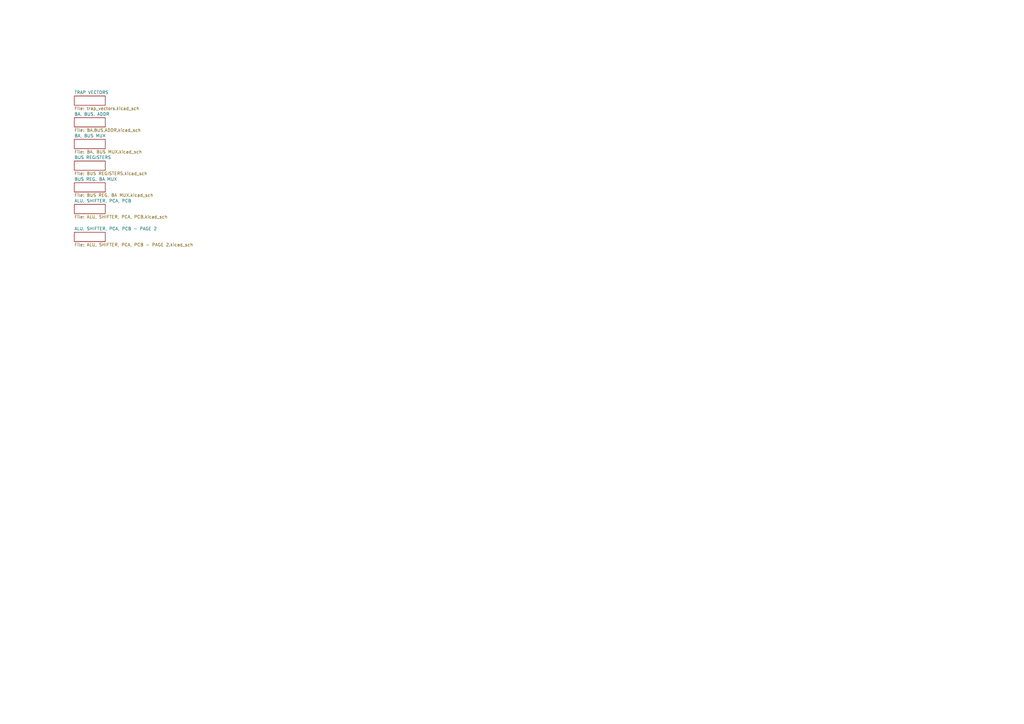
<source format=kicad_sch>
(kicad_sch
	(version 20250114)
	(generator "eeschema")
	(generator_version "9.0")
	(uuid "600722cb-e144-41e0-9e3a-1727f7d4a558")
	(paper "A3")
	(title_block
		(date "2025-01-19")
	)
	(lib_symbols)
	(sheet
		(at 30.48 57.15)
		(size 12.7 3.81)
		(exclude_from_sim no)
		(in_bom yes)
		(on_board yes)
		(dnp no)
		(fields_autoplaced yes)
		(stroke
			(width 0.1524)
			(type solid)
		)
		(fill
			(color 0 0 0 0.0000)
		)
		(uuid "6100ecdc-00d8-4b91-9ad7-3807690091d6")
		(property "Sheetname" "BA, BUS MUX"
			(at 30.48 56.4384 0)
			(effects
				(font
					(size 1.27 1.27)
				)
				(justify left bottom)
			)
		)
		(property "Sheetfile" "BA, BUS MUX.kicad_sch"
			(at 30.48 61.5446 0)
			(effects
				(font
					(size 1.27 1.27)
				)
				(justify left top)
			)
		)
		(instances
			(project "PDP 11 45"
				(path "/58603c86-7bd5-4ba1-ab8f-a8884092425e/27a40447-fb19-4009-836c-b60a8780a7c0"
					(page "5")
				)
			)
		)
	)
	(sheet
		(at 30.48 39.37)
		(size 12.7 3.81)
		(exclude_from_sim no)
		(in_bom yes)
		(on_board yes)
		(dnp no)
		(fields_autoplaced yes)
		(stroke
			(width 0.1524)
			(type solid)
		)
		(fill
			(color 0 0 0 0.0000)
		)
		(uuid "680a5c5f-ca37-4e5c-9cf1-08c2cb49aa1a")
		(property "Sheetname" "TRAP VECTORS"
			(at 30.48 38.6584 0)
			(effects
				(font
					(size 1.27 1.27)
				)
				(justify left bottom)
			)
		)
		(property "Sheetfile" "trap_vectors.kicad_sch"
			(at 30.48 43.7646 0)
			(effects
				(font
					(size 1.27 1.27)
				)
				(justify left top)
			)
		)
		(instances
			(project "PDP 11 45"
				(path "/58603c86-7bd5-4ba1-ab8f-a8884092425e/27a40447-fb19-4009-836c-b60a8780a7c0"
					(page "3")
				)
			)
		)
	)
	(sheet
		(at 30.48 66.04)
		(size 12.7 3.81)
		(exclude_from_sim no)
		(in_bom yes)
		(on_board yes)
		(dnp no)
		(fields_autoplaced yes)
		(stroke
			(width 0.1524)
			(type solid)
		)
		(fill
			(color 0 0 0 0.0000)
		)
		(uuid "71cc2db0-b51c-477e-b650-adef46ff310a")
		(property "Sheetname" "BUS REGISTERS"
			(at 30.48 65.3284 0)
			(effects
				(font
					(size 1.27 1.27)
				)
				(justify left bottom)
			)
		)
		(property "Sheetfile" "BUS REGISTERS.kicad_sch"
			(at 30.48 70.4346 0)
			(effects
				(font
					(size 1.27 1.27)
				)
				(justify left top)
			)
		)
		(instances
			(project "PDP 11 45"
				(path "/58603c86-7bd5-4ba1-ab8f-a8884092425e/27a40447-fb19-4009-836c-b60a8780a7c0"
					(page "7")
				)
			)
		)
	)
	(sheet
		(at 30.48 83.82)
		(size 12.7 3.81)
		(exclude_from_sim no)
		(in_bom yes)
		(on_board yes)
		(dnp no)
		(fields_autoplaced yes)
		(stroke
			(width 0.1524)
			(type solid)
		)
		(fill
			(color 0 0 0 0.0000)
		)
		(uuid "7500a768-2741-4e56-adc5-adefb127001a")
		(property "Sheetname" "ALU, SHIFTER, PCA, PCB"
			(at 30.48 83.1084 0)
			(effects
				(font
					(size 1.27 1.27)
				)
				(justify left bottom)
			)
		)
		(property "Sheetfile" "ALU, SHIFTER, PCA, PCB.kicad_sch"
			(at 30.48 88.2146 0)
			(effects
				(font
					(size 1.27 1.27)
				)
				(justify left top)
			)
		)
		(instances
			(project "PDP 11 45"
				(path "/58603c86-7bd5-4ba1-ab8f-a8884092425e/27a40447-fb19-4009-836c-b60a8780a7c0"
					(page "8")
				)
			)
		)
	)
	(sheet
		(at 30.48 48.26)
		(size 12.7 3.81)
		(exclude_from_sim no)
		(in_bom yes)
		(on_board yes)
		(dnp no)
		(fields_autoplaced yes)
		(stroke
			(width 0.1524)
			(type solid)
		)
		(fill
			(color 0 0 0 0.0000)
		)
		(uuid "adbba5d4-4751-44a5-aea4-2afb149c9e34")
		(property "Sheetname" "BA, BUS, ADDR"
			(at 30.48 47.5484 0)
			(effects
				(font
					(size 1.27 1.27)
				)
				(justify left bottom)
			)
		)
		(property "Sheetfile" "BA,BUS,ADDR.kicad_sch"
			(at 30.48 52.6546 0)
			(effects
				(font
					(size 1.27 1.27)
				)
				(justify left top)
			)
		)
		(instances
			(project "PDP 11 45"
				(path "/58603c86-7bd5-4ba1-ab8f-a8884092425e/27a40447-fb19-4009-836c-b60a8780a7c0"
					(page "4")
				)
			)
		)
	)
	(sheet
		(at 30.48 95.25)
		(size 12.7 3.81)
		(exclude_from_sim no)
		(in_bom yes)
		(on_board yes)
		(dnp no)
		(fields_autoplaced yes)
		(stroke
			(width 0.1524)
			(type solid)
		)
		(fill
			(color 0 0 0 0.0000)
		)
		(uuid "eb325e18-08c9-4f30-9fbd-a7339c03bc5d")
		(property "Sheetname" "ALU, SHIFTER, PCA, PCB - PAGE 2"
			(at 30.48 94.5384 0)
			(effects
				(font
					(size 1.27 1.27)
				)
				(justify left bottom)
			)
		)
		(property "Sheetfile" "ALU, SHIFTER, PCA, PCB - PAGE 2.kicad_sch"
			(at 30.48 99.6446 0)
			(effects
				(font
					(size 1.27 1.27)
				)
				(justify left top)
			)
		)
		(instances
			(project "PDP 11 45"
				(path "/58603c86-7bd5-4ba1-ab8f-a8884092425e/27a40447-fb19-4009-836c-b60a8780a7c0"
					(page "9")
				)
			)
		)
	)
	(sheet
		(at 30.48 74.93)
		(size 12.7 3.81)
		(exclude_from_sim no)
		(in_bom yes)
		(on_board yes)
		(dnp no)
		(fields_autoplaced yes)
		(stroke
			(width 0.1524)
			(type solid)
		)
		(fill
			(color 0 0 0 0.0000)
		)
		(uuid "ec953ce2-fccd-40d9-b5fd-352b3ab7c47e")
		(property "Sheetname" "BUS REG, BA MUX"
			(at 30.48 74.2184 0)
			(effects
				(font
					(size 1.27 1.27)
				)
				(justify left bottom)
			)
		)
		(property "Sheetfile" "BUS REG, BA MUX.kicad_sch"
			(at 30.48 79.3246 0)
			(effects
				(font
					(size 1.27 1.27)
				)
				(justify left top)
			)
		)
		(instances
			(project "PDP 11 45"
				(path "/58603c86-7bd5-4ba1-ab8f-a8884092425e/27a40447-fb19-4009-836c-b60a8780a7c0"
					(page "6")
				)
			)
		)
	)
)

</source>
